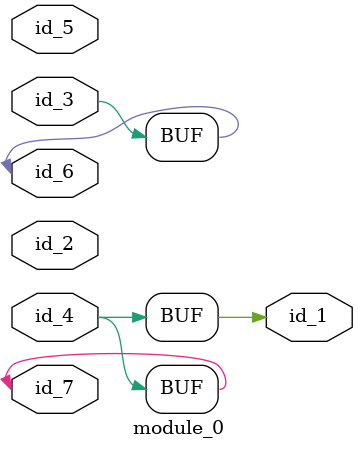
<source format=v>
module module_0 (
    id_1,
    id_2,
    id_3,
    id_4,
    id_5,
    id_6,
    id_7
);
  inout id_7;
  inout id_6;
  input id_5;
  input id_4;
  inout id_3;
  inout id_2;
  output id_1;
  always @* id_7 = id_4;
  assign id_1 = id_4;
  assign id_3 = id_6;
endmodule

</source>
